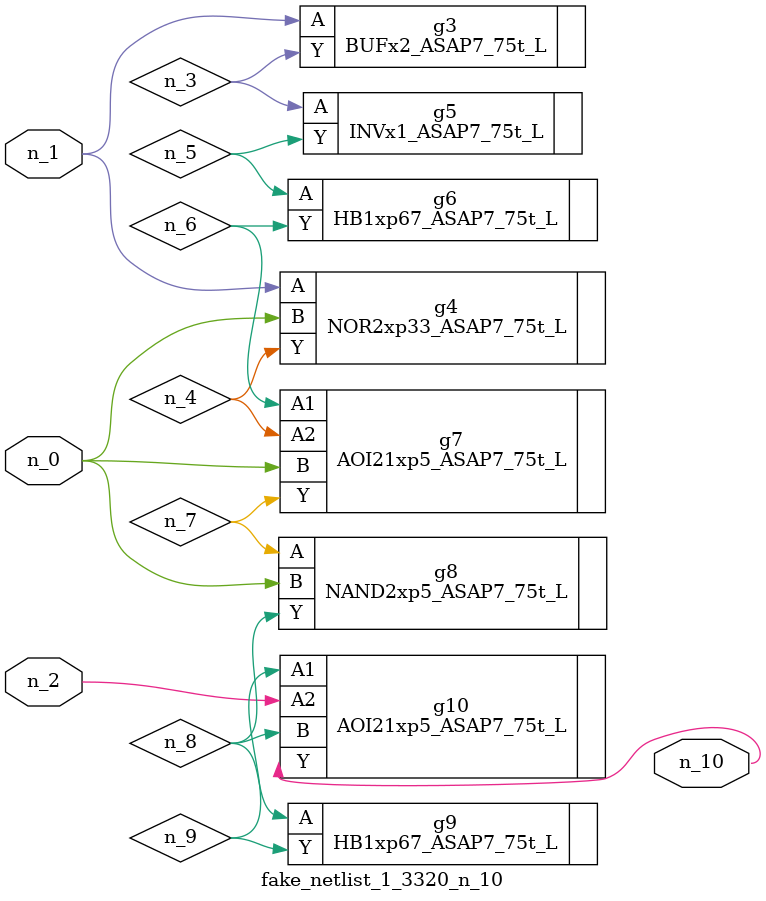
<source format=v>
module fake_netlist_1_3320_n_10 (n_1, n_2, n_0, n_10);
input n_1;
input n_2;
input n_0;
output n_10;
wire n_6;
wire n_4;
wire n_3;
wire n_9;
wire n_5;
wire n_7;
wire n_8;
BUFx2_ASAP7_75t_L g3 ( .A(n_1), .Y(n_3) );
NOR2xp33_ASAP7_75t_L g4 ( .A(n_1), .B(n_0), .Y(n_4) );
INVx1_ASAP7_75t_L g5 ( .A(n_3), .Y(n_5) );
HB1xp67_ASAP7_75t_L g6 ( .A(n_5), .Y(n_6) );
AOI21xp5_ASAP7_75t_L g7 ( .A1(n_6), .A2(n_4), .B(n_0), .Y(n_7) );
NAND2xp5_ASAP7_75t_L g8 ( .A(n_7), .B(n_0), .Y(n_8) );
HB1xp67_ASAP7_75t_L g9 ( .A(n_8), .Y(n_9) );
AOI21xp5_ASAP7_75t_L g10 ( .A1(n_9), .A2(n_2), .B(n_8), .Y(n_10) );
endmodule
</source>
